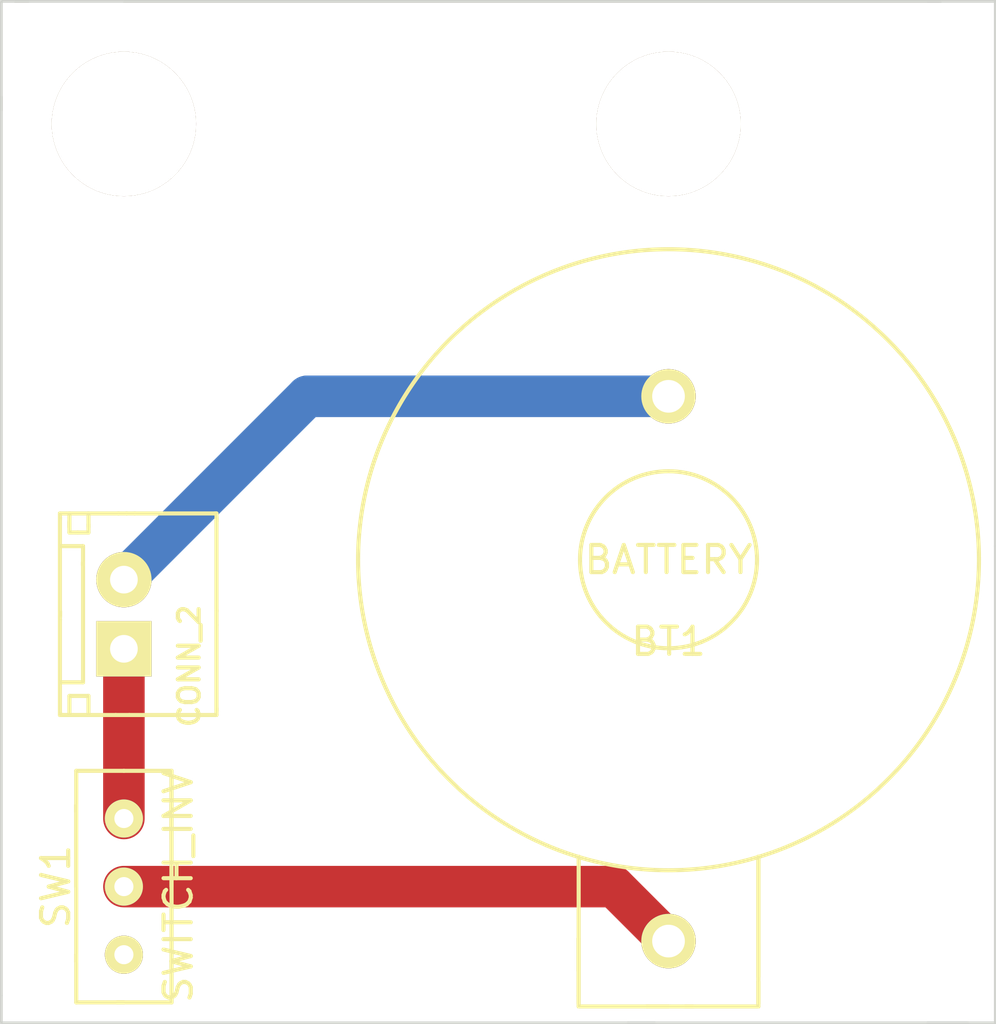
<source format=kicad_pcb>
(kicad_pcb (version 20171130) (host pcbnew "(5.1.12)-1")

  (general
    (thickness 1.6)
    (drawings 12)
    (tracks 5)
    (zones 0)
    (modules 5)
    (nets 4)
  )

  (page A3)
  (title_block
    (title LaserPointer)
    (rev 1.0.0)
  )

  (layers
    (0 F.Cu signal)
    (31 B.Cu signal)
    (32 B.Adhes user)
    (33 F.Adhes user hide)
    (34 B.Paste user)
    (35 F.Paste user)
    (36 B.SilkS user)
    (37 F.SilkS user)
    (38 B.Mask user)
    (39 F.Mask user)
    (40 Dwgs.User user)
    (41 Cmts.User user)
    (42 Eco1.User user)
    (43 Eco2.User user)
    (44 Edge.Cuts user)
  )

  (setup
    (last_trace_width 0.254)
    (trace_clearance 0.254)
    (zone_clearance 0.508)
    (zone_45_only no)
    (trace_min 0.254)
    (via_size 0.889)
    (via_drill 0.635)
    (via_min_size 0.889)
    (via_min_drill 0.508)
    (uvia_size 0.508)
    (uvia_drill 0.127)
    (uvias_allowed no)
    (uvia_min_size 0.508)
    (uvia_min_drill 0.127)
    (edge_width 0.1)
    (segment_width 0.2)
    (pcb_text_width 0.3)
    (pcb_text_size 1.5 1.5)
    (mod_edge_width 0.15)
    (mod_text_size 1 1)
    (mod_text_width 0.15)
    (pad_size 2 2)
    (pad_drill 1.2)
    (pad_to_mask_clearance 0)
    (aux_axis_origin 0 0)
    (visible_elements 7FFFFFFF)
    (pcbplotparams
      (layerselection 0x00030_ffffffff)
      (usegerberextensions true)
      (usegerberattributes true)
      (usegerberadvancedattributes true)
      (creategerberjobfile true)
      (excludeedgelayer true)
      (linewidth 0.150000)
      (plotframeref false)
      (viasonmask false)
      (mode 1)
      (useauxorigin false)
      (hpglpennumber 1)
      (hpglpenspeed 20)
      (hpglpendiameter 15.000000)
      (psnegative false)
      (psa4output false)
      (plotreference true)
      (plotvalue true)
      (plotinvisibletext false)
      (padsonsilk false)
      (subtractmaskfromsilk true)
      (outputformat 1)
      (mirror false)
      (drillshape 0)
      (scaleselection 1)
      (outputdirectory "Gaber/"))
  )

  (net 0 "")
  (net 1 GND)
  (net 2 N-000001)
  (net 3 N-000004)

  (net_class Default "これは標準のネット クラスです。"
    (clearance 0.254)
    (trace_width 0.254)
    (via_dia 0.889)
    (via_drill 0.635)
    (uvia_dia 0.508)
    (uvia_drill 0.127)
  )

  (net_class 3V ""
    (clearance 0.254)
    (trace_width 1.524)
    (via_dia 1.143)
    (via_drill 0.889)
    (uvia_dia 0.508)
    (uvia_drill 0.127)
    (add_net GND)
    (add_net N-000001)
    (add_net N-000004)
  )

  (module SS-12D00-G5 (layer F.Cu) (tedit 5608F347) (tstamp 5620B6C0)
    (at 23.5 52.5 270)
    (path /5608E292)
    (fp_text reference SW1 (at 0 2.5 270) (layer F.SilkS)
      (effects (font (size 1 1) (thickness 0.15)))
    )
    (fp_text value SWITCH_INV (at 0 -2 270) (layer F.SilkS)
      (effects (font (size 1 1) (thickness 0.15)))
    )
    (fp_line (start -3 1.75) (end 2.75 1.75) (layer F.SilkS) (width 0.15))
    (fp_line (start 0 1.75) (end -3 1.75) (layer F.SilkS) (width 0.15))
    (fp_line (start -3 -1.75) (end 3 -1.75) (layer F.SilkS) (width 0.15))
    (fp_line (start 0 -1.75) (end -3 -1.75) (layer F.SilkS) (width 0.15))
    (fp_line (start -1.75 -1.75) (end -4 -1.75) (layer F.SilkS) (width 0.15))
    (fp_line (start -4.25 -1.75) (end -1.75 -1.75) (layer F.SilkS) (width 0.15))
    (fp_line (start -4.25 0) (end -4.25 -1.75) (layer F.SilkS) (width 0.15))
    (fp_line (start -4.25 1.75) (end -2.75 1.75) (layer F.SilkS) (width 0.15))
    (fp_line (start -4.25 0) (end -4.25 1.75) (layer F.SilkS) (width 0.15))
    (fp_line (start 4.25 1.75) (end 2.5 1.75) (layer F.SilkS) (width 0.15))
    (fp_line (start 4.25 0) (end 4.25 1.75) (layer F.SilkS) (width 0.15))
    (fp_line (start 4.25 -1.75) (end 4.25 0.25) (layer F.SilkS) (width 0.15))
    (fp_line (start 2.75 -1.75) (end 4.25 -1.75) (layer F.SilkS) (width 0.15))
    (pad 1 thru_hole circle (at -2.5 0 270) (size 1.4 1.4) (drill 0.7) (layers *.Cu *.Mask F.SilkS)
      (net 2 N-000001))
    (pad 2 thru_hole circle (at 0 0 270) (size 1.4 1.4) (drill 0.7) (layers *.Cu *.Mask F.SilkS)
      (net 3 N-000004))
    (pad 3 thru_hole circle (at 2.5 0 270) (size 1.4 1.4) (drill 0.7) (layers *.Cu *.Mask F.SilkS))
  )

  (module PIN_ARRAY_2X1 (layer F.Cu) (tedit 559CFB2A) (tstamp 5620B6E9)
    (at 23.5 42.5 90)
    (descr "Connecteurs 2 pins")
    (tags "CONN DEV")
    (path /5608E2AB)
    (fp_text reference J1 (at 0 -1.99898 90) (layer F.SilkS) hide
      (effects (font (size 0.762 0.762) (thickness 0.1524)))
    )
    (fp_text value CONN_2 (at -1.9 2.4 90) (layer F.SilkS)
      (effects (font (size 0.762 0.762) (thickness 0.1524)))
    )
    (fp_line (start -3.7 -0.3) (end -3.7 0.2) (layer F.SilkS) (width 0.15))
    (fp_line (start 3.7 0.1) (end 3.7 0.4) (layer F.SilkS) (width 0.15))
    (fp_line (start 3.7 -0.2) (end 3.7 0.1) (layer F.SilkS) (width 0.15))
    (fp_line (start 0.1 -2.35) (end -0.2 -2.35) (layer F.SilkS) (width 0.15))
    (fp_line (start -0.05 -2.35) (end 0.1 -2.35) (layer F.SilkS) (width 0.15))
    (fp_line (start -0.4 3.4) (end -3.55 3.4) (layer F.SilkS) (width 0.15))
    (fp_line (start 0.15 3.4) (end -0.4 3.4) (layer F.SilkS) (width 0.15))
    (fp_line (start -3.7 3.4) (end -3.45 3.4) (layer F.SilkS) (width 0.15))
    (fp_line (start -3.7 3.35) (end -3.7 3.4) (layer F.SilkS) (width 0.15))
    (fp_line (start -3.7 0.2) (end -3.7 3.35) (layer F.SilkS) (width 0.15))
    (fp_line (start 3.5 3.4) (end 3.55 3.4) (layer F.SilkS) (width 0.15))
    (fp_line (start 0.1 3.4) (end 3.5 3.4) (layer F.SilkS) (width 0.15))
    (fp_line (start 3.7 3.4) (end 3.4 3.4) (layer F.SilkS) (width 0.15))
    (fp_line (start 3.7 3.35) (end 3.7 3.4) (layer F.SilkS) (width 0.15))
    (fp_line (start 3.7 0.4) (end 3.7 3.35) (layer F.SilkS) (width 0.15))
    (fp_line (start -3.6 -2.35) (end -3.65 -2.35) (layer F.SilkS) (width 0.15))
    (fp_line (start -0.2 -2.35) (end -3.6 -2.35) (layer F.SilkS) (width 0.15))
    (fp_line (start -0.1 -2.35) (end 3.55 -2.35) (layer F.SilkS) (width 0.15))
    (fp_line (start -3.7 -2.35) (end -3.65 -2.35) (layer F.SilkS) (width 0.15))
    (fp_line (start -3.7 -0.3) (end -3.7 -2.35) (layer F.SilkS) (width 0.15))
    (fp_line (start 3.7 -2.35) (end 3.5 -2.35) (layer F.SilkS) (width 0.15))
    (fp_line (start 3.7 -0.2) (end 3.7 -2.35) (layer F.SilkS) (width 0.15))
    (fp_line (start -2.5 -1.5) (end 1.9 -1.5) (layer F.SilkS) (width 0.15))
    (fp_line (start -2.5 -2.3) (end -2.5 -1.5) (layer F.SilkS) (width 0.15))
    (fp_line (start 2.5 -1.5) (end 2.5 -2.3) (layer F.SilkS) (width 0.15))
    (fp_line (start 1.8 -1.5) (end 2.5 -1.5) (layer F.SilkS) (width 0.15))
    (fp_line (start -3 -1.3) (end -3.7 -1.3) (layer F.SilkS) (width 0.15))
    (fp_line (start -3 -2) (end -3 -1.3) (layer F.SilkS) (width 0.15))
    (fp_line (start -3.7 -2) (end -3 -2) (layer F.SilkS) (width 0.15))
    (fp_line (start 3.7 -1.3) (end 3.2 -1.3) (layer F.SilkS) (width 0.15))
    (fp_line (start 3.7 -2) (end 3.2 -2) (layer F.SilkS) (width 0.15))
    (fp_line (start 3 -1.3) (end 3.3 -1.3) (layer F.SilkS) (width 0.15))
    (fp_line (start 3 -1.7) (end 3 -1.3) (layer F.SilkS) (width 0.15))
    (fp_line (start 3 -2) (end 3.4 -2) (layer F.SilkS) (width 0.15))
    (fp_line (start 3 -1.7) (end 3 -2) (layer F.SilkS) (width 0.15))
    (pad 1 thru_hole rect (at -1.27 0 90) (size 2.032 2.032) (drill 1.016) (layers *.Cu *.Mask F.SilkS)
      (net 2 N-000001))
    (pad 2 thru_hole circle (at 1.27 0 90) (size 2.032 2.032) (drill 1.016) (layers *.Cu *.Mask F.SilkS)
      (net 1 GND))
    (model pin_array/pins_array_2x1.wrl
      (at (xyz 0 0 0))
      (scale (xyz 1 1 1))
      (rotate (xyz 0 0 0))
    )
  )

  (module CH25-2032LF (layer F.Cu) (tedit 561F7815) (tstamp 5620B6FC)
    (at 43.5 40.5)
    (path /5608E1CE)
    (fp_text reference BT1 (at 0 3) (layer F.SilkS)
      (effects (font (size 1 1) (thickness 0.15)))
    )
    (fp_text value BATTERY (at 0 0) (layer F.SilkS)
      (effects (font (size 1 1) (thickness 0.15)))
    )
    (fp_circle (center 0 0) (end 3.25 0) (layer F.SilkS) (width 0.15))
    (fp_circle (center 0 0) (end 11.4 0) (layer F.SilkS) (width 0.15))
    (fp_line (start -0.8 16.4) (end 0.9 16.4) (layer F.SilkS) (width 0.15))
    (fp_line (start 0 16.4) (end -0.8 16.4) (layer F.SilkS) (width 0.15))
    (fp_line (start -3.3 13.9) (end -3.3 16) (layer F.SilkS) (width 0.15))
    (fp_line (start -3.3 15.1) (end -3.3 13.9) (layer F.SilkS) (width 0.15))
    (fp_line (start 3.3 10.9) (end 3.3 16.3) (layer F.SilkS) (width 0.15))
    (fp_line (start 3.3 15.3) (end 3.3 10.9) (layer F.SilkS) (width 0.15))
    (fp_line (start -3.3 16.3) (end -3.3 10.9) (layer F.SilkS) (width 0.15))
    (fp_line (start -3.3 16.4) (end -3.3 16) (layer F.SilkS) (width 0.15))
    (fp_line (start -0.8 16.4) (end -3.3 16.4) (layer F.SilkS) (width 0.15))
    (fp_line (start 3.3 16.4) (end 3.3 15.5) (layer F.SilkS) (width 0.15))
    (fp_line (start 0.6 16.4) (end 3.3 16.4) (layer F.SilkS) (width 0.15))
    (pad 2 thru_hole circle (at 0 -6) (size 2 2) (drill 1.2) (layers *.Cu *.Mask F.SilkS)
      (net 1 GND))
    (pad 1 thru_hole circle (at 0 14) (size 2 2) (drill 1.2) (layers *.Cu *.Mask F.SilkS)
      (net 3 N-000004))
  )

  (module HOLE_M5 (layer F.Cu) (tedit 5608F67E) (tstamp 5620B78E)
    (at 43.5 24.5)
    (fp_text reference Ref**_2 (at 0 0) (layer F.SilkS) hide
      (effects (font (size 1.00076 1.00076) (thickness 0.20066)))
    )
    (fp_text value Val** (at 0 0) (layer F.SilkS) hide
      (effects (font (size 1.00076 1.00076) (thickness 0.20066)))
    )
    (pad "" thru_hole circle (at 0 0) (size 5.3 5.3) (drill 5.3) (layers *.Cu *.Mask F.SilkS)
      (clearance 1.50114))
  )

  (module HOLE_M5 (layer F.Cu) (tedit 5608F67E) (tstamp 5620B797)
    (at 23.5 24.5)
    (fp_text reference Ref** (at 0 0) (layer F.SilkS) hide
      (effects (font (size 1.00076 1.00076) (thickness 0.20066)))
    )
    (fp_text value Val** (at 0 0) (layer F.SilkS) hide
      (effects (font (size 1.00076 1.00076) (thickness 0.20066)))
    )
    (pad "" thru_hole circle (at 0 0) (size 5.3 5.3) (drill 5.3) (layers *.Cu *.Mask F.SilkS)
      (clearance 1.50114))
  )

  (gr_line (start 19 57.5) (end 19 56.5) (angle 90) (layer Edge.Cuts) (width 0.1))
  (gr_line (start 43 57.5) (end 19 57.5) (angle 90) (layer Edge.Cuts) (width 0.1))
  (gr_line (start 55.5 57.5) (end 53 57.5) (angle 90) (layer Edge.Cuts) (width 0.1))
  (gr_line (start 55.5 40) (end 55.5 57.5) (angle 90) (layer Edge.Cuts) (width 0.1))
  (gr_line (start 42 57.5) (end 54.5 57.5) (angle 90) (layer Edge.Cuts) (width 0.1))
  (gr_line (start 55.5 20) (end 53 20) (angle 90) (layer Edge.Cuts) (width 0.1))
  (gr_line (start 55.5 40) (end 55.5 20) (angle 90) (layer Edge.Cuts) (width 0.1))
  (gr_line (start 19 23.5) (end 19 56.5) (angle 90) (layer Edge.Cuts) (width 0.1))
  (gr_line (start 19 20) (end 20 20) (angle 90) (layer Edge.Cuts) (width 0.1))
  (gr_line (start 19 24) (end 19 20) (angle 90) (layer Edge.Cuts) (width 0.1))
  (gr_line (start 53.5 20) (end 19.5 20) (angle 90) (layer Edge.Cuts) (width 0.1))
  (gr_line (start 23.5 20) (end 53.5 20) (angle 90) (layer Edge.Cuts) (width 0.1))

  (segment (start 43.5 34.5) (end 30.23 34.5) (width 1.524) (layer B.Cu) (net 1))
  (segment (start 30.23 34.5) (end 23.5 41.23) (width 1.524) (layer B.Cu) (net 1))
  (segment (start 23.5 43.77) (end 23.5 50) (width 1.524) (layer F.Cu) (net 2))
  (segment (start 23.5 52.5) (end 41.5 52.5) (width 1.524) (layer F.Cu) (net 3))
  (segment (start 41.5 52.5) (end 43.5 54.5) (width 1.524) (layer F.Cu) (net 3))

)

</source>
